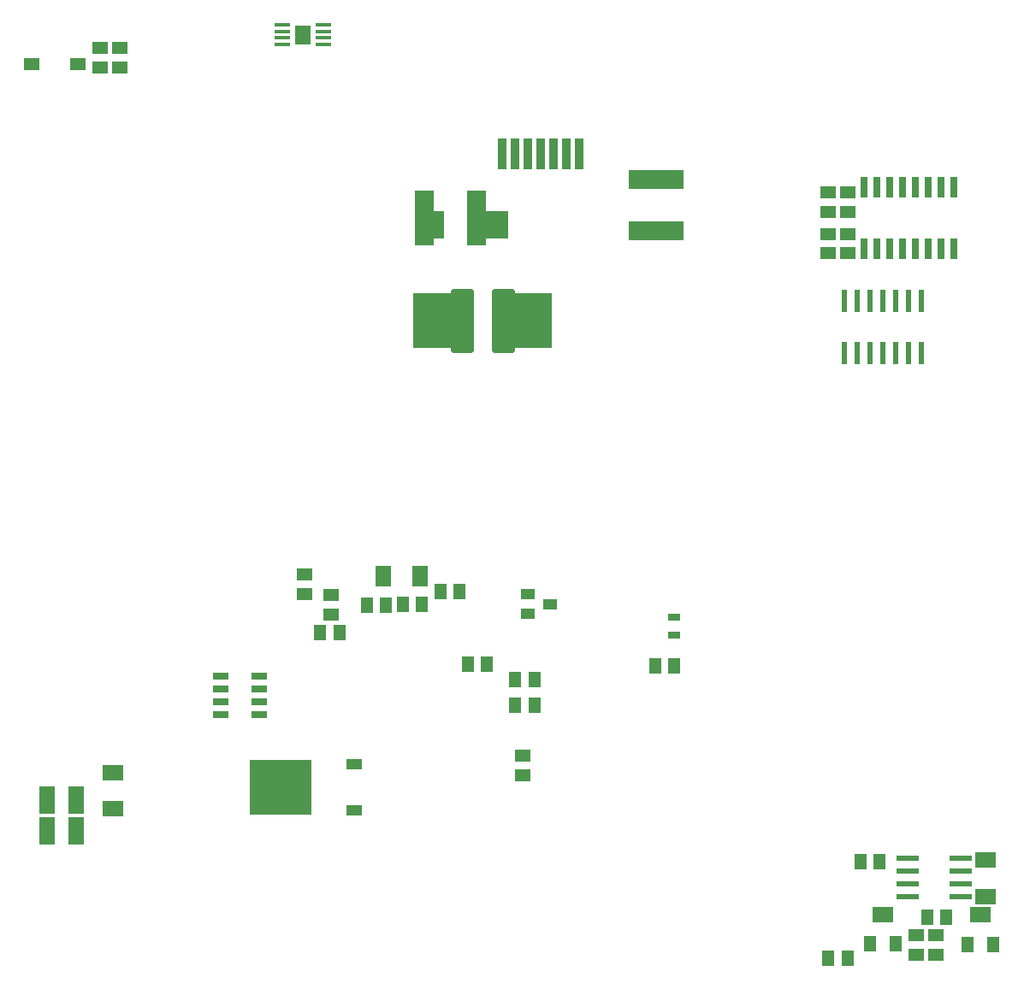
<source format=gtp>
G75*
G70*
%OFA0B0*%
%FSLAX24Y24*%
%IPPOS*%
%LPD*%
%AMOC8*
5,1,8,0,0,1.08239X$1,22.5*
%
%ADD10R,0.0512X0.0591*%
%ADD11R,0.0591X0.0512*%
%ADD12R,0.0512X0.0630*%
%ADD13R,0.0787X0.0630*%
%ADD14R,0.0866X0.0236*%
%ADD15R,0.0600X0.0300*%
%ADD16R,0.0551X0.0394*%
%ADD17R,0.0827X0.0591*%
%ADD18R,0.0472X0.0315*%
%ADD19R,0.2441X0.2126*%
%ADD20R,0.0630X0.0394*%
%ADD21R,0.0591X0.0827*%
%ADD22R,0.0630X0.1063*%
%ADD23R,0.0260X0.0800*%
%ADD24R,0.0236X0.0866*%
%ADD25R,0.0591X0.0472*%
%ADD26R,0.0350X0.1200*%
%ADD27C,0.0217*%
%ADD28R,0.0728X0.2165*%
%ADD29R,0.2165X0.0728*%
%ADD30R,0.1516X0.2165*%
%ADD31R,0.1004X0.1063*%
%ADD32R,0.0630X0.0138*%
%ADD33R,0.0618X0.0744*%
D10*
X015200Y014026D03*
X015948Y014026D03*
X017025Y015101D03*
X017773Y015101D03*
X018425Y015126D03*
X019173Y015126D03*
X019875Y015626D03*
X020623Y015626D03*
X020950Y012801D03*
X021698Y012801D03*
X022800Y012201D03*
X023548Y012201D03*
X023548Y011201D03*
X022800Y011201D03*
X028250Y012751D03*
X028998Y012751D03*
X036250Y005101D03*
X036998Y005101D03*
X038850Y002951D03*
X039598Y002951D03*
X035748Y001351D03*
X035000Y001351D03*
D11*
X038424Y001477D03*
X038424Y002225D03*
X039174Y002225D03*
X039174Y001477D03*
X023074Y008477D03*
X023074Y009225D03*
X015624Y014752D03*
X015624Y015500D03*
X014599Y015552D03*
X014599Y016300D03*
X034999Y028827D03*
X034999Y029575D03*
X035749Y029575D03*
X035749Y028827D03*
X035749Y030452D03*
X035749Y031200D03*
X034999Y031200D03*
X034999Y030452D03*
X007374Y036077D03*
X007374Y036825D03*
X006624Y036825D03*
X006624Y036077D03*
D12*
X036622Y001905D03*
X037626Y001905D03*
X040422Y001880D03*
X041426Y001880D03*
D13*
X040924Y003022D03*
X037124Y003047D03*
D14*
X038101Y003751D03*
X038101Y004251D03*
X038101Y004751D03*
X038101Y005251D03*
X040148Y005251D03*
X040148Y004751D03*
X040148Y004251D03*
X040148Y003751D03*
D15*
X012839Y010834D03*
X012839Y011334D03*
X012839Y011834D03*
X012839Y012334D03*
X011339Y012334D03*
X011339Y011834D03*
X011339Y011334D03*
X011339Y010834D03*
D16*
X023291Y014777D03*
X023291Y015525D03*
X024157Y015151D03*
D17*
X007124Y008584D03*
X007124Y007167D03*
X041124Y005159D03*
X041124Y003742D03*
D18*
X028974Y013921D03*
X028974Y014630D03*
D19*
X013640Y008001D03*
D20*
X016514Y008898D03*
X016514Y007103D03*
D21*
X017666Y016251D03*
X019083Y016251D03*
D22*
X004573Y006301D03*
X005676Y006301D03*
X005676Y007501D03*
X004573Y007501D03*
D23*
X036374Y028991D03*
X036874Y028991D03*
X037374Y028991D03*
X037874Y028991D03*
X038374Y028991D03*
X038874Y028991D03*
X039374Y028991D03*
X039874Y028991D03*
X039874Y031411D03*
X039374Y031411D03*
X038874Y031411D03*
X038374Y031411D03*
X037874Y031411D03*
X037374Y031411D03*
X036874Y031411D03*
X036374Y031411D03*
D24*
X036124Y026974D03*
X035624Y026974D03*
X036624Y026974D03*
X037124Y026974D03*
X037624Y026974D03*
X038124Y026974D03*
X038624Y026974D03*
X038624Y024927D03*
X038124Y024927D03*
X037624Y024927D03*
X037124Y024927D03*
X036624Y024927D03*
X036124Y024927D03*
X035624Y024927D03*
D25*
X005741Y036201D03*
X003969Y036201D03*
D26*
X022274Y032701D03*
X022774Y032701D03*
X023274Y032701D03*
X023774Y032701D03*
X024274Y032701D03*
X024774Y032701D03*
X025274Y032701D03*
D27*
X022006Y027333D02*
X022006Y025069D01*
X022006Y027333D02*
X022656Y027333D01*
X022656Y025069D01*
X022006Y025069D01*
X022006Y025285D02*
X022656Y025285D01*
X022656Y025501D02*
X022006Y025501D01*
X022006Y025717D02*
X022656Y025717D01*
X022656Y025933D02*
X022006Y025933D01*
X022006Y026149D02*
X022656Y026149D01*
X022656Y026365D02*
X022006Y026365D01*
X022006Y026581D02*
X022656Y026581D01*
X022656Y026797D02*
X022006Y026797D01*
X022006Y027013D02*
X022656Y027013D01*
X022656Y027229D02*
X022006Y027229D01*
X021042Y027333D02*
X021042Y025069D01*
X020392Y025069D01*
X020392Y027333D01*
X021042Y027333D01*
X021042Y025285D02*
X020392Y025285D01*
X020392Y025501D02*
X021042Y025501D01*
X021042Y025717D02*
X020392Y025717D01*
X020392Y025933D02*
X021042Y025933D01*
X021042Y026149D02*
X020392Y026149D01*
X020392Y026365D02*
X021042Y026365D01*
X021042Y026581D02*
X020392Y026581D01*
X020392Y026797D02*
X021042Y026797D01*
X021042Y027013D02*
X020392Y027013D01*
X020392Y027229D02*
X021042Y027229D01*
D28*
X021278Y030201D03*
X019270Y030201D03*
D29*
X028274Y029697D03*
X028274Y031705D03*
D30*
X023483Y026201D03*
X019566Y026201D03*
D31*
X019524Y029951D03*
X022024Y029951D03*
D32*
X015331Y036967D03*
X015331Y037223D03*
X015331Y037479D03*
X015331Y037735D03*
X013717Y037735D03*
X013717Y037479D03*
X013717Y037223D03*
X013717Y036967D03*
D33*
X014524Y037351D03*
M02*

</source>
